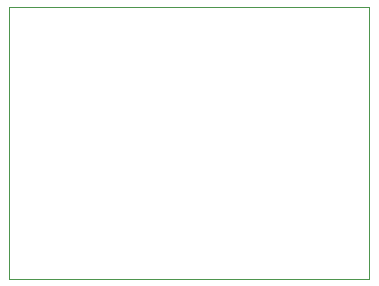
<source format=gm1>
G04 Layer_Color=16711935*
%FSLAX25Y25*%
%MOIN*%
G70*
G01*
G75*
%ADD29C,0.00300*%
D29*
X0Y0D02*
X120000D01*
Y90551D01*
X0D02*
X120000D01*
X0Y0D02*
Y90551D01*
M02*

</source>
